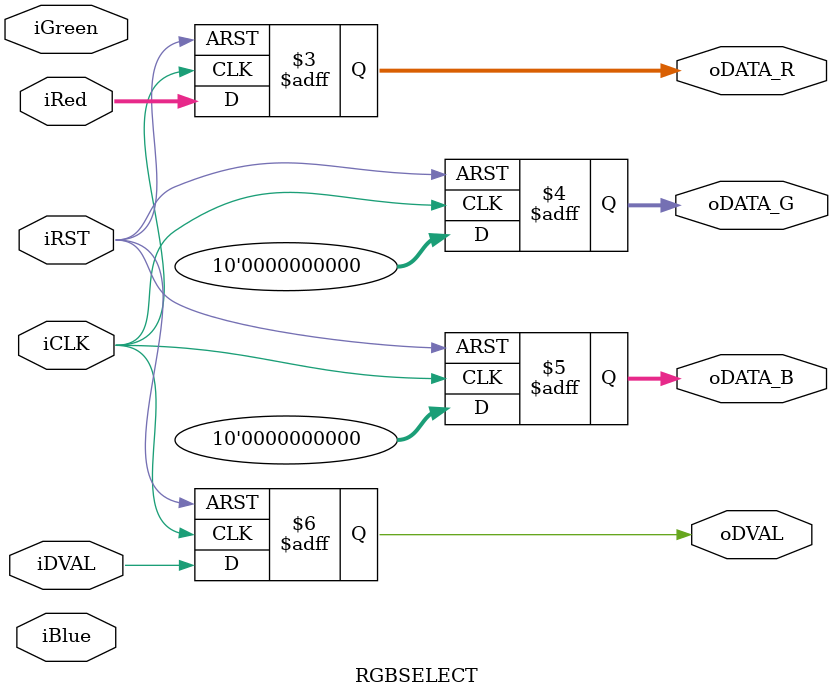
<source format=v>
module RGBSELECT(
        oDVAL,
        oDATA_R,
		  oDATA_G,
		  oDATA_B,
        iRed,
        iGreen,
        iBlue,
        iCLK,
        iRST,
        iDVAL,
		);
input			iDVAL;
input			iCLK;
input			iRST;
output reg[9:0]	oDATA_R;
output reg[9:0]	oDATA_G;
output reg[9:0]	oDATA_B;
output reg		oDVAL;

input		[9:0]	iRed;
input		[9:0]	iGreen;
input		[9:0]	iBlue;

always@(posedge iCLK or negedge iRST)
begin
  if(!iRST)
    begin
	  oDVAL   <= 0;
     oDATA_R   <= 10'b0;
	  oDATA_G   <= 10'b0;
	  oDATA_B   <= 10'b0;
    end
  else
    begin
	  oDVAL   <= iDVAL;
	  oDATA_R   <= iRed[9:0];
	  oDATA_G   <= 0;
	  oDATA_B   <= 0;
    end
end
endmodule
</source>
